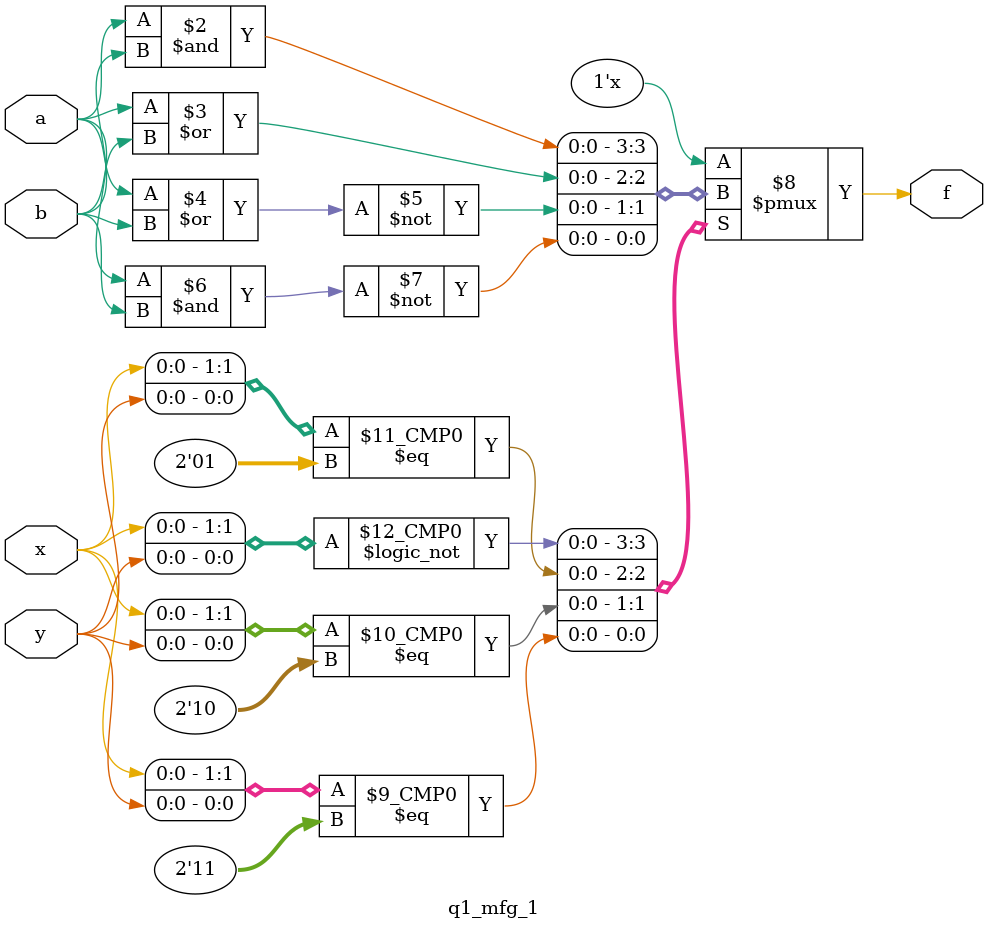
<source format=v>
module q1_mfg_1(f,a,b,x,y);
output f;
input a,b,x,y;
reg f;
always @(a or b or x or y)
case({x,y})
   2'b00:f=a&b;
   2'b01:f=a|b;
   2'b10:f=~(a|b);
   2'b11:f=~(a&b);
endcase
endmodule   
</source>
